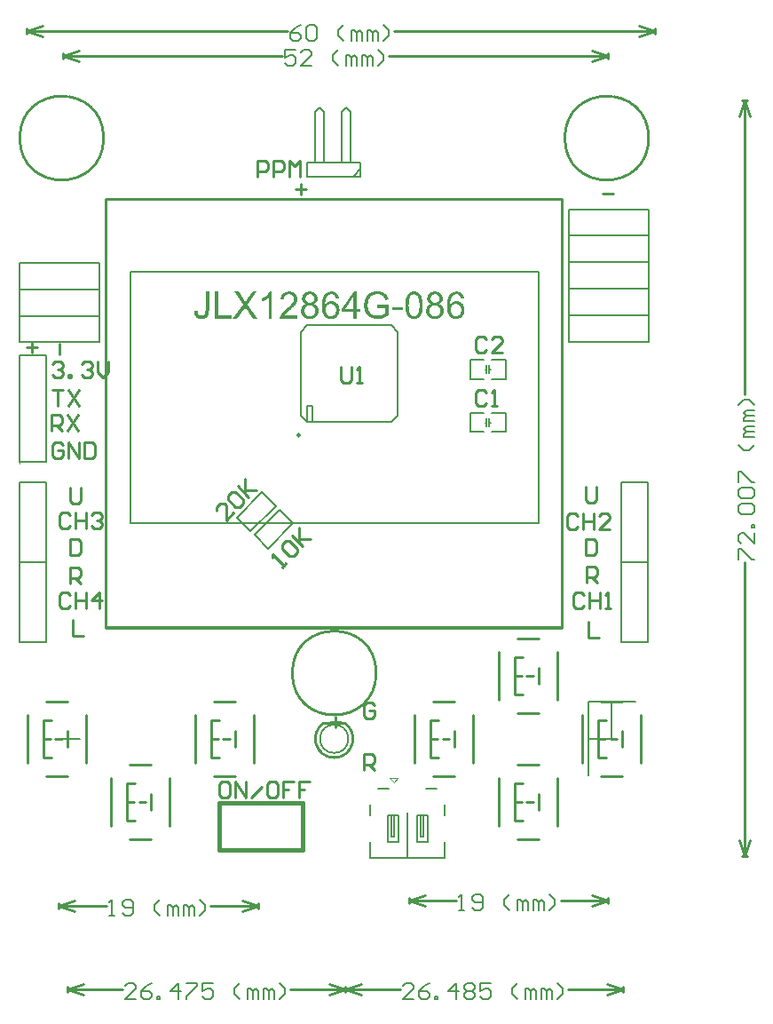
<source format=gto>
G04*
G04 #@! TF.GenerationSoftware,Altium Limited,Altium Designer,22.2.1 (43)*
G04*
G04 Layer_Color=65535*
%FSLAX25Y25*%
%MOIN*%
G70*
G04*
G04 #@! TF.SameCoordinates,9C75C661-4079-485B-A4B9-5B77D2324FE1*
G04*
G04*
G04 #@! TF.FilePolarity,Positive*
G04*
G01*
G75*
%ADD10C,0.00984*%
%ADD11C,0.01000*%
%ADD12C,0.00787*%
%ADD13C,0.00800*%
%ADD14C,0.00600*%
%ADD15C,0.00394*%
%ADD16C,0.01575*%
%ADD17C,0.00000*%
G36*
X164233Y210123D02*
X164342Y210114D01*
X164460Y210094D01*
X164588Y210074D01*
X164735Y210054D01*
X165040Y209966D01*
X165208Y209917D01*
X165365Y209848D01*
X165532Y209779D01*
X165690Y209681D01*
X165847Y209582D01*
X165995Y209464D01*
X166005Y209454D01*
X166024Y209435D01*
X166064Y209395D01*
X166113Y209346D01*
X166172Y209277D01*
X166241Y209189D01*
X166320Y209090D01*
X166398Y208982D01*
X166477Y208864D01*
X166556Y208716D01*
X166624Y208569D01*
X166703Y208401D01*
X166772Y208224D01*
X166821Y208037D01*
X166870Y207840D01*
X166910Y207624D01*
X165680Y207526D01*
Y207536D01*
X165670Y207555D01*
X165660Y207594D01*
X165650Y207644D01*
X165631Y207703D01*
X165611Y207772D01*
X165562Y207929D01*
X165493Y208106D01*
X165414Y208283D01*
X165316Y208451D01*
X165208Y208588D01*
X165198Y208598D01*
X165188Y208608D01*
X165158Y208638D01*
X165119Y208667D01*
X165070Y208716D01*
X165011Y208756D01*
X164863Y208854D01*
X164686Y208952D01*
X164470Y209041D01*
X164233Y209100D01*
X164105Y209110D01*
X163968Y209120D01*
X163869D01*
X163761Y209100D01*
X163613Y209080D01*
X163456Y209041D01*
X163279Y208982D01*
X163102Y208893D01*
X162925Y208785D01*
X162915D01*
X162895Y208766D01*
X162866Y208746D01*
X162826Y208706D01*
X162728Y208608D01*
X162590Y208470D01*
X162443Y208293D01*
X162285Y208077D01*
X162137Y207831D01*
X162000Y207536D01*
Y207526D01*
X161990Y207496D01*
X161970Y207447D01*
X161951Y207388D01*
X161921Y207299D01*
X161891Y207201D01*
X161862Y207073D01*
X161832Y206935D01*
X161803Y206778D01*
X161773Y206610D01*
X161744Y206414D01*
X161714Y206207D01*
X161695Y205981D01*
X161675Y205735D01*
X161665Y205479D01*
X161655Y205203D01*
X161665Y205213D01*
X161675Y205233D01*
X161705Y205272D01*
X161734Y205312D01*
X161773Y205371D01*
X161832Y205440D01*
X161960Y205587D01*
X162118Y205754D01*
X162305Y205922D01*
X162511Y206079D01*
X162748Y206217D01*
X162757D01*
X162777Y206227D01*
X162816Y206246D01*
X162856Y206266D01*
X162925Y206296D01*
X162994Y206325D01*
X163072Y206355D01*
X163161Y206384D01*
X163367Y206443D01*
X163594Y206502D01*
X163840Y206542D01*
X164105Y206552D01*
X164164D01*
X164224Y206542D01*
X164312D01*
X164420Y206522D01*
X164548Y206502D01*
X164686Y206473D01*
X164834Y206433D01*
X164991Y206384D01*
X165168Y206325D01*
X165336Y206256D01*
X165513Y206168D01*
X165700Y206060D01*
X165877Y205941D01*
X166044Y205794D01*
X166211Y205636D01*
X166221Y205627D01*
X166251Y205597D01*
X166290Y205538D01*
X166349Y205469D01*
X166418Y205381D01*
X166487Y205272D01*
X166566Y205144D01*
X166654Y204997D01*
X166733Y204839D01*
X166812Y204662D01*
X166880Y204465D01*
X166949Y204259D01*
X167008Y204032D01*
X167048Y203796D01*
X167077Y203550D01*
X167087Y203285D01*
Y203275D01*
Y203245D01*
Y203196D01*
X167077Y203127D01*
Y203039D01*
X167067Y202940D01*
X167058Y202832D01*
X167038Y202704D01*
X166989Y202429D01*
X166910Y202133D01*
X166812Y201828D01*
X166674Y201513D01*
Y201504D01*
X166654Y201474D01*
X166634Y201435D01*
X166595Y201385D01*
X166556Y201317D01*
X166506Y201238D01*
X166378Y201061D01*
X166211Y200854D01*
X166024Y200647D01*
X165798Y200451D01*
X165542Y200274D01*
X165532D01*
X165513Y200254D01*
X165473Y200234D01*
X165414Y200205D01*
X165345Y200175D01*
X165267Y200136D01*
X165178Y200097D01*
X165070Y200057D01*
X164962Y200018D01*
X164834Y199978D01*
X164558Y199909D01*
X164253Y199860D01*
X164086Y199850D01*
X163918Y199841D01*
X163850D01*
X163771Y199850D01*
X163663Y199860D01*
X163535Y199880D01*
X163377Y199900D01*
X163210Y199939D01*
X163023Y199978D01*
X162826Y200037D01*
X162629Y200116D01*
X162413Y200205D01*
X162206Y200323D01*
X161990Y200451D01*
X161783Y200598D01*
X161586Y200775D01*
X161399Y200972D01*
X161390Y200982D01*
X161360Y201031D01*
X161311Y201090D01*
X161252Y201189D01*
X161173Y201317D01*
X161094Y201474D01*
X161006Y201651D01*
X160917Y201868D01*
X160819Y202114D01*
X160730Y202389D01*
X160652Y202694D01*
X160583Y203039D01*
X160514Y203403D01*
X160465Y203816D01*
X160435Y204249D01*
X160425Y204721D01*
Y204731D01*
Y204751D01*
Y204790D01*
Y204849D01*
Y204918D01*
X160435Y204997D01*
Y205095D01*
X160445Y205203D01*
Y205312D01*
X160455Y205440D01*
X160484Y205715D01*
X160514Y206020D01*
X160563Y206345D01*
X160612Y206689D01*
X160691Y207044D01*
X160770Y207398D01*
X160878Y207752D01*
X160996Y208086D01*
X161144Y208411D01*
X161311Y208706D01*
X161498Y208972D01*
X161508Y208982D01*
X161537Y209021D01*
X161596Y209080D01*
X161675Y209149D01*
X161764Y209238D01*
X161882Y209336D01*
X162019Y209444D01*
X162167Y209553D01*
X162344Y209661D01*
X162531Y209769D01*
X162738Y209868D01*
X162964Y209956D01*
X163210Y210025D01*
X163466Y210084D01*
X163741Y210123D01*
X164037Y210133D01*
X164155D01*
X164233Y210123D01*
D02*
G37*
G36*
X117247Y210123D02*
X117356Y210114D01*
X117474Y210094D01*
X117602Y210074D01*
X117749Y210054D01*
X118054Y209966D01*
X118221Y209917D01*
X118379Y209848D01*
X118546Y209779D01*
X118704Y209681D01*
X118861Y209582D01*
X119009Y209464D01*
X119019Y209454D01*
X119038Y209435D01*
X119078Y209395D01*
X119127Y209346D01*
X119186Y209277D01*
X119255Y209189D01*
X119334Y209090D01*
X119412Y208982D01*
X119491Y208864D01*
X119570Y208716D01*
X119639Y208569D01*
X119717Y208401D01*
X119786Y208224D01*
X119835Y208037D01*
X119885Y207840D01*
X119924Y207624D01*
X118694Y207526D01*
Y207536D01*
X118684Y207555D01*
X118674Y207594D01*
X118664Y207644D01*
X118645Y207703D01*
X118625Y207772D01*
X118576Y207929D01*
X118507Y208106D01*
X118428Y208283D01*
X118330Y208451D01*
X118221Y208588D01*
X118212Y208598D01*
X118202Y208608D01*
X118172Y208638D01*
X118133Y208667D01*
X118084Y208716D01*
X118025Y208756D01*
X117877Y208854D01*
X117700Y208952D01*
X117483Y209041D01*
X117247Y209100D01*
X117120Y209110D01*
X116982Y209120D01*
X116883D01*
X116775Y209100D01*
X116628Y209080D01*
X116470Y209041D01*
X116293Y208982D01*
X116116Y208893D01*
X115939Y208785D01*
X115929D01*
X115909Y208766D01*
X115880Y208746D01*
X115840Y208706D01*
X115742Y208608D01*
X115604Y208470D01*
X115456Y208293D01*
X115299Y208077D01*
X115152Y207831D01*
X115014Y207536D01*
Y207526D01*
X115004Y207496D01*
X114984Y207447D01*
X114964Y207388D01*
X114935Y207299D01*
X114906Y207201D01*
X114876Y207073D01*
X114846Y206935D01*
X114817Y206778D01*
X114787Y206610D01*
X114758Y206414D01*
X114728Y206207D01*
X114709Y205981D01*
X114689Y205735D01*
X114679Y205479D01*
X114669Y205203D01*
X114679Y205213D01*
X114689Y205233D01*
X114718Y205272D01*
X114748Y205312D01*
X114787Y205371D01*
X114846Y205440D01*
X114974Y205587D01*
X115132Y205754D01*
X115319Y205922D01*
X115525Y206079D01*
X115761Y206217D01*
X115771D01*
X115791Y206227D01*
X115830Y206246D01*
X115870Y206266D01*
X115939Y206296D01*
X116007Y206325D01*
X116086Y206355D01*
X116175Y206384D01*
X116382Y206443D01*
X116608Y206502D01*
X116854Y206542D01*
X117120Y206552D01*
X117178D01*
X117237Y206542D01*
X117326D01*
X117434Y206522D01*
X117562Y206502D01*
X117700Y206473D01*
X117848Y206433D01*
X118005Y206384D01*
X118182Y206325D01*
X118350Y206256D01*
X118527Y206168D01*
X118713Y206060D01*
X118891Y205941D01*
X119058Y205794D01*
X119225Y205636D01*
X119235Y205627D01*
X119265Y205597D01*
X119304Y205538D01*
X119363Y205469D01*
X119432Y205381D01*
X119501Y205272D01*
X119580Y205144D01*
X119668Y204997D01*
X119747Y204839D01*
X119825Y204662D01*
X119894Y204465D01*
X119963Y204259D01*
X120022Y204032D01*
X120062Y203796D01*
X120091Y203550D01*
X120101Y203285D01*
Y203275D01*
Y203245D01*
Y203196D01*
X120091Y203127D01*
Y203039D01*
X120081Y202940D01*
X120071Y202832D01*
X120052Y202704D01*
X120003Y202429D01*
X119924Y202133D01*
X119825Y201828D01*
X119688Y201513D01*
Y201504D01*
X119668Y201474D01*
X119648Y201435D01*
X119609Y201385D01*
X119570Y201317D01*
X119520Y201238D01*
X119393Y201061D01*
X119225Y200854D01*
X119038Y200647D01*
X118812Y200451D01*
X118556Y200274D01*
X118546D01*
X118527Y200254D01*
X118487Y200234D01*
X118428Y200205D01*
X118359Y200175D01*
X118281Y200136D01*
X118192Y200096D01*
X118084Y200057D01*
X117975Y200018D01*
X117848Y199978D01*
X117572Y199909D01*
X117267Y199860D01*
X117100Y199850D01*
X116932Y199841D01*
X116864D01*
X116785Y199850D01*
X116677Y199860D01*
X116549Y199880D01*
X116391Y199900D01*
X116224Y199939D01*
X116037Y199978D01*
X115840Y200037D01*
X115644Y200116D01*
X115427Y200205D01*
X115220Y200323D01*
X115004Y200451D01*
X114797Y200598D01*
X114600Y200775D01*
X114413Y200972D01*
X114404Y200982D01*
X114374Y201031D01*
X114325Y201090D01*
X114266Y201189D01*
X114187Y201317D01*
X114108Y201474D01*
X114020Y201651D01*
X113931Y201868D01*
X113833Y202114D01*
X113744Y202389D01*
X113666Y202694D01*
X113597Y203039D01*
X113528Y203403D01*
X113479Y203816D01*
X113449Y204249D01*
X113439Y204721D01*
Y204731D01*
Y204751D01*
Y204790D01*
Y204849D01*
Y204918D01*
X113449Y204997D01*
Y205095D01*
X113459Y205203D01*
Y205312D01*
X113469Y205440D01*
X113498Y205715D01*
X113528Y206020D01*
X113577Y206345D01*
X113626Y206689D01*
X113705Y207044D01*
X113784Y207398D01*
X113892Y207752D01*
X114010Y208086D01*
X114158Y208411D01*
X114325Y208706D01*
X114512Y208972D01*
X114522Y208982D01*
X114551Y209021D01*
X114610Y209080D01*
X114689Y209149D01*
X114778Y209238D01*
X114896Y209336D01*
X115033Y209444D01*
X115181Y209553D01*
X115358Y209661D01*
X115545Y209769D01*
X115752Y209868D01*
X115978Y209956D01*
X116224Y210025D01*
X116480Y210084D01*
X116755Y210123D01*
X117051Y210133D01*
X117169D01*
X117247Y210123D01*
D02*
G37*
G36*
X134556Y210261D02*
X134644D01*
X134763Y210251D01*
X134890Y210242D01*
X135028Y210222D01*
X135176Y210202D01*
X135333Y210182D01*
X135658Y210114D01*
X136002Y210025D01*
X136337Y209907D01*
X136347D01*
X136376Y209887D01*
X136425Y209868D01*
X136485Y209838D01*
X136554Y209808D01*
X136642Y209759D01*
X136839Y209651D01*
X137065Y209513D01*
X137292Y209346D01*
X137518Y209149D01*
X137724Y208923D01*
X137734Y208913D01*
X137744Y208893D01*
X137774Y208854D01*
X137813Y208805D01*
X137852Y208746D01*
X137901Y208667D01*
X137951Y208578D01*
X138010Y208480D01*
X138079Y208372D01*
X138138Y208244D01*
X138197Y208106D01*
X138266Y207959D01*
X138325Y207801D01*
X138384Y207634D01*
X138443Y207457D01*
X138492Y207270D01*
X137292Y206945D01*
Y206955D01*
X137282Y206975D01*
X137272Y207024D01*
X137252Y207073D01*
X137232Y207132D01*
X137203Y207211D01*
X137134Y207388D01*
X137055Y207575D01*
X136957Y207782D01*
X136849Y207978D01*
X136721Y208155D01*
Y208165D01*
X136701Y208175D01*
X136662Y208224D01*
X136583Y208313D01*
X136475Y208411D01*
X136337Y208520D01*
X136170Y208638D01*
X135983Y208756D01*
X135756Y208864D01*
X135747D01*
X135727Y208874D01*
X135697Y208893D01*
X135648Y208903D01*
X135589Y208923D01*
X135520Y208952D01*
X135442Y208972D01*
X135353Y209002D01*
X135146Y209041D01*
X134910Y209090D01*
X134644Y209120D01*
X134369Y209130D01*
X134212D01*
X134133Y209120D01*
X134044D01*
X133946Y209110D01*
X133828Y209090D01*
X133582Y209061D01*
X133316Y209012D01*
X133041Y208943D01*
X132785Y208844D01*
X132775D01*
X132755Y208834D01*
X132726Y208815D01*
X132676Y208795D01*
X132617Y208766D01*
X132558Y208736D01*
X132401Y208647D01*
X132234Y208539D01*
X132057Y208421D01*
X131879Y208274D01*
X131712Y208106D01*
X131693Y208086D01*
X131643Y208028D01*
X131574Y207939D01*
X131486Y207811D01*
X131378Y207663D01*
X131279Y207496D01*
X131171Y207309D01*
X131082Y207112D01*
Y207102D01*
X131063Y207073D01*
X131043Y207024D01*
X131023Y206945D01*
X130994Y206866D01*
X130964Y206758D01*
X130925Y206640D01*
X130895Y206512D01*
X130856Y206364D01*
X130817Y206207D01*
X130787Y206040D01*
X130758Y205863D01*
X130718Y205489D01*
X130699Y205085D01*
Y205066D01*
Y205026D01*
Y204957D01*
X130709Y204859D01*
Y204741D01*
X130728Y204613D01*
X130738Y204465D01*
X130758Y204298D01*
X130777Y204121D01*
X130817Y203944D01*
X130895Y203560D01*
X131014Y203186D01*
X131082Y202999D01*
X131161Y202822D01*
X131171Y202812D01*
X131181Y202783D01*
X131210Y202734D01*
X131250Y202675D01*
X131299Y202596D01*
X131358Y202517D01*
X131427Y202419D01*
X131506Y202310D01*
X131594Y202202D01*
X131693Y202094D01*
X131801Y201986D01*
X131929Y201868D01*
X132057Y201759D01*
X132194Y201661D01*
X132352Y201563D01*
X132509Y201474D01*
X132519D01*
X132549Y201454D01*
X132598Y201435D01*
X132667Y201405D01*
X132745Y201376D01*
X132844Y201336D01*
X132952Y201297D01*
X133080Y201258D01*
X133208Y201218D01*
X133355Y201179D01*
X133680Y201110D01*
X134025Y201061D01*
X134202Y201051D01*
X134389Y201041D01*
X134477D01*
X134536Y201051D01*
X134615D01*
X134704Y201061D01*
X134812Y201071D01*
X134930Y201080D01*
X135186Y201120D01*
X135471Y201179D01*
X135776Y201258D01*
X136081Y201366D01*
X136091D01*
X136120Y201385D01*
X136160Y201395D01*
X136219Y201425D01*
X136288Y201454D01*
X136366Y201494D01*
X136554Y201582D01*
X136750Y201691D01*
X136957Y201809D01*
X137163Y201946D01*
X137341Y202084D01*
Y203964D01*
X134379D01*
Y205154D01*
X138649D01*
Y201405D01*
X138639Y201395D01*
X138610Y201376D01*
X138551Y201326D01*
X138482Y201277D01*
X138393Y201208D01*
X138285Y201139D01*
X138157Y201061D01*
X138030Y200972D01*
X137882Y200874D01*
X137724Y200775D01*
X137380Y200588D01*
X137006Y200401D01*
X136612Y200234D01*
X136603D01*
X136563Y200215D01*
X136514Y200195D01*
X136435Y200175D01*
X136337Y200146D01*
X136229Y200106D01*
X136101Y200077D01*
X135953Y200037D01*
X135796Y199998D01*
X135628Y199969D01*
X135451Y199929D01*
X135264Y199900D01*
X134881Y199860D01*
X134467Y199841D01*
X134320D01*
X134221Y199850D01*
X134084Y199860D01*
X133936Y199870D01*
X133759Y199890D01*
X133572Y199919D01*
X133365Y199949D01*
X133159Y199998D01*
X132932Y200047D01*
X132696Y200106D01*
X132460Y200175D01*
X132224Y200264D01*
X131998Y200362D01*
X131761Y200470D01*
X131752Y200480D01*
X131712Y200500D01*
X131643Y200539D01*
X131565Y200588D01*
X131466Y200657D01*
X131348Y200736D01*
X131220Y200834D01*
X131082Y200943D01*
X130935Y201061D01*
X130787Y201199D01*
X130630Y201356D01*
X130482Y201513D01*
X130335Y201691D01*
X130187Y201887D01*
X130059Y202094D01*
X129931Y202310D01*
X129921Y202320D01*
X129902Y202369D01*
X129872Y202429D01*
X129833Y202527D01*
X129793Y202635D01*
X129734Y202773D01*
X129685Y202930D01*
X129626Y203098D01*
X129567Y203294D01*
X129518Y203501D01*
X129459Y203727D01*
X129420Y203964D01*
X129380Y204210D01*
X129351Y204465D01*
X129331Y204731D01*
X129321Y205007D01*
Y205026D01*
Y205076D01*
Y205154D01*
X129331Y205253D01*
X129341Y205390D01*
X129351Y205538D01*
X129370Y205715D01*
X129400Y205902D01*
X129429Y206109D01*
X129469Y206325D01*
X129518Y206552D01*
X129577Y206788D01*
X129646Y207024D01*
X129734Y207270D01*
X129823Y207506D01*
X129931Y207752D01*
X129941Y207772D01*
X129961Y207811D01*
X130000Y207870D01*
X130049Y207959D01*
X130108Y208067D01*
X130187Y208185D01*
X130275Y208323D01*
X130384Y208470D01*
X130502Y208618D01*
X130640Y208775D01*
X130777Y208933D01*
X130945Y209090D01*
X131112Y209248D01*
X131299Y209395D01*
X131496Y209523D01*
X131702Y209651D01*
X131712Y209661D01*
X131752Y209681D01*
X131820Y209710D01*
X131909Y209750D01*
X132017Y209799D01*
X132145Y209848D01*
X132303Y209907D01*
X132470Y209966D01*
X132657Y210015D01*
X132863Y210074D01*
X133080Y210123D01*
X133316Y210173D01*
X133562Y210212D01*
X133818Y210242D01*
X134093Y210261D01*
X134369Y210271D01*
X134477D01*
X134556Y210261D01*
D02*
G37*
G36*
X85543Y205302D02*
X89322Y200008D01*
X87678D01*
X85130Y203600D01*
X85120Y203609D01*
X85090Y203649D01*
X85051Y203718D01*
X84992Y203796D01*
X84933Y203885D01*
X84864Y203993D01*
X84706Y204229D01*
Y204219D01*
X84697Y204209D01*
X84657Y204141D01*
X84598Y204052D01*
X84529Y203944D01*
X84451Y203826D01*
X84372Y203698D01*
X84293Y203590D01*
X84234Y203501D01*
X81676Y200008D01*
X80072D01*
X83969Y205233D01*
X80534Y210094D01*
X82128D01*
X83969Y207516D01*
X83978Y207506D01*
X83998Y207476D01*
X84027Y207437D01*
X84057Y207388D01*
X84106Y207319D01*
X84165Y207240D01*
X84283Y207063D01*
X84411Y206856D01*
X84549Y206650D01*
X84667Y206453D01*
X84765Y206276D01*
Y206286D01*
X84785Y206296D01*
X84805Y206325D01*
X84825Y206364D01*
X84903Y206473D01*
X84992Y206620D01*
X85110Y206788D01*
X85248Y206975D01*
X85395Y207191D01*
X85563Y207407D01*
X87590Y210094D01*
X89046D01*
X85543Y205302D01*
D02*
G37*
G36*
X143786Y203039D02*
X139978D01*
Y204288D01*
X143786D01*
Y203039D01*
D02*
G37*
G36*
X71088Y203216D02*
Y203206D01*
Y203157D01*
Y203098D01*
Y203009D01*
X71078Y202901D01*
X71068Y202783D01*
X71058Y202645D01*
X71049Y202497D01*
X71009Y202183D01*
X70960Y201858D01*
X70881Y201543D01*
X70832Y201395D01*
X70773Y201257D01*
Y201248D01*
X70763Y201228D01*
X70744Y201189D01*
X70714Y201149D01*
X70684Y201090D01*
X70645Y201021D01*
X70537Y200864D01*
X70399Y200697D01*
X70232Y200520D01*
X70035Y200352D01*
X69799Y200205D01*
X69789D01*
X69769Y200185D01*
X69730Y200175D01*
X69681Y200146D01*
X69622Y200116D01*
X69543Y200087D01*
X69454Y200057D01*
X69356Y200027D01*
X69248Y199988D01*
X69130Y199959D01*
X68864Y199900D01*
X68569Y199860D01*
X68244Y199841D01*
X68185D01*
X68116Y199850D01*
X68028D01*
X67919Y199860D01*
X67791Y199880D01*
X67644Y199900D01*
X67496Y199939D01*
X67329Y199978D01*
X67162Y200027D01*
X66995Y200087D01*
X66827Y200165D01*
X66660Y200244D01*
X66502Y200352D01*
X66345Y200461D01*
X66207Y200598D01*
X66198Y200608D01*
X66178Y200638D01*
X66138Y200677D01*
X66099Y200736D01*
X66050Y200825D01*
X65991Y200913D01*
X65922Y201031D01*
X65863Y201169D01*
X65794Y201317D01*
X65735Y201484D01*
X65676Y201671D01*
X65627Y201877D01*
X65587Y202094D01*
X65558Y202330D01*
X65538Y202586D01*
Y202861D01*
X66739Y203029D01*
Y203019D01*
Y202979D01*
X66748Y202921D01*
Y202842D01*
X66758Y202753D01*
X66768Y202645D01*
X66788Y202527D01*
X66808Y202399D01*
X66857Y202143D01*
X66935Y201877D01*
X66985Y201759D01*
X67034Y201641D01*
X67093Y201543D01*
X67162Y201454D01*
X67181Y201435D01*
X67231Y201385D01*
X67319Y201317D01*
X67447Y201248D01*
X67595Y201169D01*
X67782Y201100D01*
X67998Y201051D01*
X68106Y201041D01*
X68234Y201031D01*
X68323D01*
X68411Y201041D01*
X68529Y201061D01*
X68667Y201090D01*
X68815Y201130D01*
X68963Y201179D01*
X69100Y201257D01*
X69120Y201267D01*
X69159Y201297D01*
X69218Y201346D01*
X69297Y201425D01*
X69386Y201513D01*
X69464Y201612D01*
X69543Y201740D01*
X69602Y201877D01*
X69612Y201897D01*
X69622Y201956D01*
X69642Y201996D01*
X69651Y202055D01*
X69661Y202114D01*
X69681Y202192D01*
X69691Y202271D01*
X69700Y202369D01*
X69720Y202468D01*
X69730Y202586D01*
X69740Y202704D01*
Y202842D01*
X69750Y202989D01*
Y203147D01*
Y210094D01*
X71088D01*
Y203216D01*
D02*
G37*
G36*
X126536Y203550D02*
X127894D01*
Y202419D01*
X126536D01*
Y200008D01*
X125296D01*
Y202419D01*
X120918D01*
Y203550D01*
X125523Y210094D01*
X126536D01*
Y203550D01*
D02*
G37*
G36*
X101307Y210123D02*
X101415D01*
X101533Y210114D01*
X101671Y210094D01*
X101828Y210064D01*
X102005Y210035D01*
X102182Y209986D01*
X102369Y209936D01*
X102566Y209868D01*
X102753Y209789D01*
X102950Y209700D01*
X103127Y209592D01*
X103304Y209464D01*
X103471Y209326D01*
X103481Y209316D01*
X103511Y209287D01*
X103550Y209248D01*
X103599Y209179D01*
X103668Y209100D01*
X103737Y209012D01*
X103816Y208903D01*
X103894Y208775D01*
X103973Y208638D01*
X104052Y208480D01*
X104121Y208323D01*
X104190Y208146D01*
X104239Y207959D01*
X104278Y207752D01*
X104308Y207545D01*
X104318Y207329D01*
Y207319D01*
Y207299D01*
Y207270D01*
Y207230D01*
X104308Y207171D01*
Y207112D01*
X104288Y206955D01*
X104259Y206778D01*
X104209Y206571D01*
X104150Y206355D01*
X104062Y206138D01*
Y206128D01*
X104052Y206109D01*
X104032Y206079D01*
X104013Y206040D01*
X103983Y205981D01*
X103954Y205922D01*
X103865Y205764D01*
X103757Y205587D01*
X103609Y205371D01*
X103442Y205144D01*
X103235Y204908D01*
X103225Y204898D01*
X103206Y204879D01*
X103176Y204839D01*
X103127Y204790D01*
X103058Y204721D01*
X102989Y204643D01*
X102891Y204554D01*
X102783Y204446D01*
X102664Y204328D01*
X102517Y204190D01*
X102369Y204042D01*
X102192Y203885D01*
X102005Y203718D01*
X101799Y203531D01*
X101572Y203344D01*
X101336Y203137D01*
X101326Y203127D01*
X101287Y203098D01*
X101228Y203048D01*
X101159Y202989D01*
X101070Y202911D01*
X100972Y202822D01*
X100736Y202625D01*
X100500Y202419D01*
X100264Y202212D01*
X100155Y202114D01*
X100057Y202015D01*
X99968Y201937D01*
X99900Y201868D01*
X99890Y201858D01*
X99850Y201809D01*
X99791Y201740D01*
X99713Y201661D01*
X99634Y201553D01*
X99545Y201445D01*
X99457Y201326D01*
X99378Y201199D01*
X104327D01*
Y200008D01*
X97666D01*
Y200018D01*
Y200028D01*
Y200087D01*
Y200165D01*
X97676Y200283D01*
X97695Y200411D01*
X97715Y200559D01*
X97754Y200707D01*
X97803Y200864D01*
Y200874D01*
X97813Y200893D01*
X97833Y200933D01*
X97853Y200982D01*
X97882Y201041D01*
X97912Y201110D01*
X98000Y201287D01*
X98118Y201494D01*
X98256Y201720D01*
X98423Y201956D01*
X98620Y202202D01*
X98630Y202212D01*
X98650Y202232D01*
X98679Y202271D01*
X98729Y202320D01*
X98787Y202379D01*
X98856Y202458D01*
X98935Y202547D01*
X99033Y202645D01*
X99142Y202743D01*
X99260Y202861D01*
X99398Y202989D01*
X99535Y203127D01*
X99693Y203265D01*
X99860Y203413D01*
X100047Y203570D01*
X100234Y203727D01*
X100254Y203747D01*
X100303Y203786D01*
X100391Y203855D01*
X100500Y203954D01*
X100637Y204062D01*
X100785Y204200D01*
X100952Y204347D01*
X101129Y204505D01*
X101503Y204849D01*
X101867Y205203D01*
X102035Y205381D01*
X102192Y205558D01*
X102340Y205715D01*
X102458Y205873D01*
X102468Y205882D01*
X102487Y205912D01*
X102517Y205951D01*
X102546Y206010D01*
X102596Y206079D01*
X102645Y206158D01*
X102694Y206256D01*
X102753Y206355D01*
X102861Y206581D01*
X102960Y206827D01*
X102989Y206965D01*
X103019Y207093D01*
X103038Y207230D01*
X103048Y207358D01*
Y207368D01*
Y207388D01*
Y207427D01*
X103038Y207486D01*
X103029Y207545D01*
X103019Y207614D01*
X102979Y207791D01*
X102920Y207988D01*
X102822Y208195D01*
X102763Y208293D01*
X102694Y208401D01*
X102615Y208500D01*
X102517Y208598D01*
X102507Y208608D01*
X102497Y208618D01*
X102458Y208647D01*
X102418Y208677D01*
X102369Y208716D01*
X102300Y208756D01*
X102232Y208805D01*
X102143Y208854D01*
X102054Y208903D01*
X101946Y208952D01*
X101710Y209031D01*
X101444Y209090D01*
X101297Y209100D01*
X101139Y209110D01*
X101051D01*
X100992Y209100D01*
X100913Y209090D01*
X100824Y209080D01*
X100726Y209061D01*
X100628Y209041D01*
X100391Y208982D01*
X100155Y208884D01*
X100037Y208824D01*
X99919Y208746D01*
X99811Y208667D01*
X99703Y208569D01*
X99693Y208559D01*
X99683Y208549D01*
X99654Y208510D01*
X99624Y208470D01*
X99585Y208421D01*
X99535Y208352D01*
X99486Y208274D01*
X99437Y208185D01*
X99388Y208086D01*
X99339Y207978D01*
X99299Y207850D01*
X99250Y207722D01*
X99221Y207585D01*
X99191Y207427D01*
X99181Y207270D01*
X99171Y207093D01*
X97902Y207221D01*
Y207240D01*
X97912Y207280D01*
X97922Y207358D01*
X97931Y207457D01*
X97961Y207575D01*
X97991Y207713D01*
X98030Y207860D01*
X98069Y208028D01*
X98128Y208195D01*
X98197Y208372D01*
X98276Y208549D01*
X98364Y208736D01*
X98473Y208913D01*
X98591Y209080D01*
X98729Y209238D01*
X98876Y209385D01*
X98886Y209395D01*
X98915Y209415D01*
X98965Y209454D01*
X99033Y209504D01*
X99122Y209562D01*
X99221Y209622D01*
X99348Y209690D01*
X99486Y209759D01*
X99644Y209828D01*
X99811Y209897D01*
X99998Y209956D01*
X100205Y210015D01*
X100421Y210064D01*
X100657Y210104D01*
X100903Y210123D01*
X101169Y210133D01*
X101238D01*
X101307Y210123D01*
D02*
G37*
G36*
X94655Y200008D02*
X93415Y200008D01*
Y207890D01*
X93405D01*
X93395Y207870D01*
X93366Y207850D01*
X93336Y207821D01*
X93238Y207732D01*
X93100Y207624D01*
X92933Y207496D01*
X92726Y207348D01*
X92490Y207191D01*
X92234Y207034D01*
X92224D01*
X92205Y207014D01*
X92165Y206994D01*
X92116Y206965D01*
X92047Y206925D01*
X91978Y206886D01*
X91801Y206798D01*
X91604Y206699D01*
X91388Y206591D01*
X91162Y206492D01*
X90945Y206404D01*
Y207594D01*
X90955Y207604D01*
X90994Y207614D01*
X91044Y207644D01*
X91122Y207683D01*
X91211Y207732D01*
X91309Y207791D01*
X91427Y207850D01*
X91555Y207929D01*
X91840Y208096D01*
X92146Y208303D01*
X92451Y208529D01*
X92756Y208775D01*
X92765Y208785D01*
X92785Y208805D01*
X92834Y208844D01*
X92883Y208893D01*
X92943Y208962D01*
X93021Y209031D01*
X93100Y209120D01*
X93189Y209208D01*
X93366Y209415D01*
X93543Y209641D01*
X93710Y209887D01*
X93789Y210005D01*
X93848Y210133D01*
X94655Y210133D01*
Y200008D01*
D02*
G37*
G36*
X74552Y201199D02*
X79511D01*
Y200008D01*
X73213D01*
Y210094D01*
X74552D01*
Y201199D01*
D02*
G37*
G36*
X156145Y210123D02*
X156263Y210114D01*
X156391Y210094D01*
X156529Y210064D01*
X156686Y210035D01*
X156853Y209996D01*
X157030Y209946D01*
X157208Y209887D01*
X157385Y209808D01*
X157562Y209720D01*
X157729Y209622D01*
X157896Y209504D01*
X158054Y209366D01*
X158064Y209356D01*
X158093Y209326D01*
X158133Y209287D01*
X158182Y209228D01*
X158241Y209159D01*
X158310Y209061D01*
X158379Y208962D01*
X158457Y208844D01*
X158536Y208716D01*
X158605Y208569D01*
X158674Y208421D01*
X158733Y208254D01*
X158782Y208077D01*
X158831Y207890D01*
X158851Y207703D01*
X158861Y207496D01*
Y207486D01*
Y207467D01*
Y207427D01*
X158851Y207378D01*
Y207319D01*
X158841Y207240D01*
X158811Y207073D01*
X158772Y206886D01*
X158703Y206679D01*
X158615Y206473D01*
X158487Y206266D01*
Y206256D01*
X158467Y206246D01*
X158418Y206178D01*
X158329Y206089D01*
X158211Y205971D01*
X158054Y205843D01*
X157867Y205715D01*
X157641Y205587D01*
X157375Y205469D01*
X157385D01*
X157414Y205459D01*
X157464Y205440D01*
X157522Y205410D01*
X157601Y205381D01*
X157690Y205341D01*
X157896Y205233D01*
X158123Y205095D01*
X158359Y204928D01*
X158585Y204731D01*
X158684Y204613D01*
X158782Y204495D01*
X158792Y204485D01*
X158802Y204465D01*
X158831Y204426D01*
X158861Y204377D01*
X158900Y204308D01*
X158940Y204239D01*
X158979Y204141D01*
X159028Y204042D01*
X159077Y203934D01*
X159117Y203806D01*
X159195Y203540D01*
X159254Y203226D01*
X159264Y203068D01*
X159274Y202891D01*
Y202881D01*
Y202832D01*
X159264Y202763D01*
Y202675D01*
X159245Y202566D01*
X159225Y202438D01*
X159195Y202291D01*
X159156Y202133D01*
X159107Y201966D01*
X159048Y201789D01*
X158979Y201612D01*
X158890Y201425D01*
X158782Y201238D01*
X158664Y201061D01*
X158516Y200884D01*
X158359Y200716D01*
X158349Y200707D01*
X158319Y200677D01*
X158261Y200638D01*
X158192Y200579D01*
X158103Y200510D01*
X157995Y200441D01*
X157857Y200362D01*
X157719Y200283D01*
X157552Y200195D01*
X157365Y200116D01*
X157168Y200047D01*
X156952Y199978D01*
X156726Y199919D01*
X156480Y199880D01*
X156224Y199850D01*
X155948Y199841D01*
X155879D01*
X155800Y199850D01*
X155702D01*
X155574Y199870D01*
X155427Y199890D01*
X155259Y199909D01*
X155082Y199949D01*
X154895Y199998D01*
X154698Y200057D01*
X154502Y200126D01*
X154305Y200215D01*
X154098Y200313D01*
X153901Y200431D01*
X153714Y200559D01*
X153537Y200716D01*
X153527Y200726D01*
X153498Y200756D01*
X153459Y200805D01*
X153400Y200874D01*
X153331Y200962D01*
X153252Y201071D01*
X153173Y201189D01*
X153085Y201326D01*
X152996Y201474D01*
X152917Y201641D01*
X152839Y201828D01*
X152770Y202025D01*
X152721Y202232D01*
X152671Y202448D01*
X152642Y202675D01*
X152632Y202921D01*
Y202930D01*
Y202960D01*
Y203019D01*
X152642Y203088D01*
X152652Y203167D01*
X152662Y203265D01*
X152671Y203373D01*
X152691Y203491D01*
X152750Y203757D01*
X152839Y204032D01*
X152898Y204170D01*
X152967Y204308D01*
X153035Y204436D01*
X153124Y204564D01*
X153134Y204574D01*
X153144Y204593D01*
X153173Y204623D01*
X153213Y204672D01*
X153272Y204731D01*
X153331Y204790D01*
X153409Y204859D01*
X153488Y204928D01*
X153586Y205007D01*
X153695Y205076D01*
X153813Y205154D01*
X153941Y205233D01*
X154078Y205302D01*
X154226Y205361D01*
X154384Y205420D01*
X154551Y205469D01*
X154541D01*
X154521Y205479D01*
X154472Y205499D01*
X154423Y205518D01*
X154364Y205548D01*
X154285Y205587D01*
X154118Y205676D01*
X153931Y205794D01*
X153734Y205932D01*
X153557Y206089D01*
X153400Y206276D01*
Y206286D01*
X153380Y206296D01*
X153370Y206325D01*
X153340Y206364D01*
X153311Y206424D01*
X153281Y206483D01*
X153222Y206630D01*
X153154Y206807D01*
X153094Y207024D01*
X153055Y207260D01*
X153035Y207526D01*
Y207536D01*
Y207575D01*
X153045Y207634D01*
Y207713D01*
X153055Y207801D01*
X153075Y207909D01*
X153104Y208037D01*
X153134Y208175D01*
X153173Y208313D01*
X153232Y208460D01*
X153291Y208618D01*
X153370Y208775D01*
X153459Y208923D01*
X153567Y209080D01*
X153685Y209228D01*
X153823Y209376D01*
X153832Y209385D01*
X153862Y209405D01*
X153901Y209444D01*
X153970Y209494D01*
X154049Y209553D01*
X154138Y209612D01*
X154256Y209681D01*
X154384Y209759D01*
X154521Y209828D01*
X154679Y209897D01*
X154856Y209956D01*
X155043Y210015D01*
X155250Y210064D01*
X155456Y210104D01*
X155692Y210123D01*
X155928Y210133D01*
X156056D01*
X156145Y210123D01*
D02*
G37*
G36*
X148302Y210123D02*
X148381Y210114D01*
X148479Y210104D01*
X148578Y210094D01*
X148794Y210054D01*
X149031Y209996D01*
X149277Y209907D01*
X149513Y209799D01*
X149523D01*
X149542Y209779D01*
X149572Y209769D01*
X149621Y209740D01*
X149729Y209661D01*
X149877Y209562D01*
X150034Y209425D01*
X150201Y209267D01*
X150369Y209070D01*
X150526Y208854D01*
Y208844D01*
X150546Y208824D01*
X150566Y208795D01*
X150595Y208746D01*
X150625Y208687D01*
X150664Y208618D01*
X150703Y208529D01*
X150753Y208441D01*
X150802Y208332D01*
X150851Y208224D01*
X150949Y207968D01*
X151058Y207673D01*
X151146Y207358D01*
Y207348D01*
X151156Y207319D01*
X151166Y207270D01*
X151186Y207201D01*
X151205Y207112D01*
X151225Y207004D01*
X151245Y206876D01*
X151264Y206729D01*
X151284Y206571D01*
X151304Y206384D01*
X151323Y206197D01*
X151343Y205981D01*
X151363Y205754D01*
X151373Y205508D01*
X151382Y205253D01*
Y204977D01*
Y204957D01*
Y204898D01*
Y204810D01*
X151373Y204682D01*
Y204534D01*
X151363Y204357D01*
X151353Y204170D01*
X151333Y203954D01*
X151313Y203727D01*
X151294Y203501D01*
X151225Y203019D01*
X151136Y202547D01*
X151077Y202330D01*
X151008Y202114D01*
Y202104D01*
X150989Y202064D01*
X150969Y202005D01*
X150940Y201937D01*
X150900Y201838D01*
X150851Y201740D01*
X150802Y201622D01*
X150733Y201494D01*
X150585Y201228D01*
X150398Y200943D01*
X150172Y200677D01*
X150044Y200549D01*
X149916Y200431D01*
X149906Y200421D01*
X149887Y200401D01*
X149847Y200372D01*
X149788Y200342D01*
X149719Y200293D01*
X149631Y200244D01*
X149532Y200195D01*
X149424Y200136D01*
X149296Y200077D01*
X149159Y200028D01*
X149011Y199978D01*
X148844Y199929D01*
X148676Y199900D01*
X148489Y199870D01*
X148302Y199850D01*
X148096Y199841D01*
X148027D01*
X147958Y199850D01*
X147850Y199860D01*
X147732Y199870D01*
X147584Y199900D01*
X147427Y199929D01*
X147259Y199969D01*
X147082Y200028D01*
X146895Y200096D01*
X146698Y200175D01*
X146511Y200274D01*
X146325Y200392D01*
X146138Y200529D01*
X145960Y200697D01*
X145803Y200874D01*
X145793Y200893D01*
X145764Y200933D01*
X145714Y201012D01*
X145646Y201120D01*
X145577Y201258D01*
X145488Y201425D01*
X145400Y201631D01*
X145311Y201868D01*
X145213Y202133D01*
X145124Y202438D01*
X145036Y202773D01*
X144967Y203137D01*
X144898Y203550D01*
X144849Y203983D01*
X144819Y204465D01*
X144809Y204977D01*
Y204987D01*
Y204997D01*
Y205056D01*
Y205154D01*
X144819Y205272D01*
Y205430D01*
X144829Y205597D01*
X144839Y205794D01*
X144858Y206010D01*
X144878Y206237D01*
X144898Y206473D01*
X144967Y206945D01*
X145055Y207427D01*
X145114Y207644D01*
X145173Y207860D01*
Y207870D01*
X145193Y207909D01*
X145213Y207968D01*
X145242Y208037D01*
X145282Y208136D01*
X145331Y208234D01*
X145380Y208352D01*
X145449Y208480D01*
X145596Y208756D01*
X145783Y209031D01*
X146010Y209297D01*
X146138Y209425D01*
X146265Y209543D01*
X146275Y209553D01*
X146295Y209572D01*
X146344Y209602D01*
X146394Y209631D01*
X146472Y209681D01*
X146551Y209730D01*
X146659Y209779D01*
X146767Y209838D01*
X146895Y209897D01*
X147033Y209946D01*
X147181Y209996D01*
X147348Y210045D01*
X147515Y210074D01*
X147702Y210104D01*
X147889Y210123D01*
X148096Y210133D01*
X148233D01*
X148302Y210123D01*
D02*
G37*
G36*
X109159D02*
X109277Y210114D01*
X109405Y210094D01*
X109543Y210064D01*
X109700Y210035D01*
X109867Y209996D01*
X110045Y209946D01*
X110222Y209887D01*
X110399Y209808D01*
X110576Y209720D01*
X110743Y209622D01*
X110910Y209504D01*
X111068Y209366D01*
X111078Y209356D01*
X111107Y209326D01*
X111147Y209287D01*
X111196Y209228D01*
X111255Y209159D01*
X111324Y209061D01*
X111393Y208962D01*
X111471Y208844D01*
X111550Y208716D01*
X111619Y208569D01*
X111688Y208421D01*
X111747Y208254D01*
X111796Y208077D01*
X111845Y207890D01*
X111865Y207703D01*
X111875Y207496D01*
Y207486D01*
Y207467D01*
Y207427D01*
X111865Y207378D01*
Y207319D01*
X111855Y207240D01*
X111826Y207073D01*
X111786Y206886D01*
X111717Y206679D01*
X111629Y206473D01*
X111501Y206266D01*
Y206256D01*
X111481Y206246D01*
X111432Y206178D01*
X111343Y206089D01*
X111225Y205971D01*
X111068Y205843D01*
X110881Y205715D01*
X110655Y205587D01*
X110389Y205469D01*
X110399D01*
X110428Y205459D01*
X110477Y205440D01*
X110537Y205410D01*
X110615Y205381D01*
X110704Y205341D01*
X110910Y205233D01*
X111137Y205095D01*
X111373Y204928D01*
X111599Y204731D01*
X111698Y204613D01*
X111796Y204495D01*
X111806Y204485D01*
X111816Y204465D01*
X111845Y204426D01*
X111875Y204377D01*
X111914Y204308D01*
X111953Y204239D01*
X111993Y204141D01*
X112042Y204042D01*
X112091Y203934D01*
X112131Y203806D01*
X112209Y203540D01*
X112268Y203226D01*
X112278Y203068D01*
X112288Y202891D01*
Y202881D01*
Y202832D01*
X112278Y202763D01*
Y202675D01*
X112259Y202566D01*
X112239Y202438D01*
X112209Y202291D01*
X112170Y202133D01*
X112121Y201966D01*
X112062Y201789D01*
X111993Y201612D01*
X111904Y201425D01*
X111796Y201238D01*
X111678Y201061D01*
X111530Y200884D01*
X111373Y200716D01*
X111363Y200707D01*
X111334Y200677D01*
X111275Y200638D01*
X111206Y200579D01*
X111117Y200510D01*
X111009Y200441D01*
X110871Y200362D01*
X110733Y200283D01*
X110566Y200195D01*
X110379Y200116D01*
X110182Y200047D01*
X109966Y199978D01*
X109739Y199919D01*
X109494Y199880D01*
X109238Y199850D01*
X108962Y199841D01*
X108893D01*
X108815Y199850D01*
X108716D01*
X108588Y199870D01*
X108441Y199890D01*
X108273Y199909D01*
X108096Y199949D01*
X107909Y199998D01*
X107712Y200057D01*
X107516Y200126D01*
X107319Y200215D01*
X107112Y200313D01*
X106915Y200431D01*
X106728Y200559D01*
X106551Y200716D01*
X106542Y200726D01*
X106512Y200756D01*
X106473Y200805D01*
X106413Y200874D01*
X106345Y200962D01*
X106266Y201071D01*
X106187Y201189D01*
X106099Y201326D01*
X106010Y201474D01*
X105931Y201641D01*
X105853Y201828D01*
X105784Y202025D01*
X105735Y202232D01*
X105685Y202448D01*
X105656Y202675D01*
X105646Y202921D01*
Y202930D01*
Y202960D01*
Y203019D01*
X105656Y203088D01*
X105666Y203167D01*
X105675Y203265D01*
X105685Y203373D01*
X105705Y203491D01*
X105764Y203757D01*
X105853Y204032D01*
X105912Y204170D01*
X105981Y204308D01*
X106050Y204436D01*
X106138Y204564D01*
X106148Y204574D01*
X106158Y204593D01*
X106187Y204623D01*
X106227Y204672D01*
X106286Y204731D01*
X106345Y204790D01*
X106423Y204859D01*
X106502Y204928D01*
X106600Y205007D01*
X106709Y205076D01*
X106827Y205154D01*
X106955Y205233D01*
X107092Y205302D01*
X107240Y205361D01*
X107397Y205420D01*
X107565Y205469D01*
X107555D01*
X107535Y205479D01*
X107486Y205499D01*
X107437Y205518D01*
X107378Y205548D01*
X107299Y205587D01*
X107132Y205676D01*
X106945Y205794D01*
X106748Y205932D01*
X106571Y206089D01*
X106413Y206276D01*
Y206286D01*
X106394Y206296D01*
X106384Y206325D01*
X106354Y206364D01*
X106325Y206424D01*
X106296Y206483D01*
X106236Y206630D01*
X106167Y206807D01*
X106108Y207024D01*
X106069Y207260D01*
X106050Y207526D01*
Y207536D01*
Y207575D01*
X106059Y207634D01*
Y207713D01*
X106069Y207801D01*
X106089Y207909D01*
X106118Y208037D01*
X106148Y208175D01*
X106187Y208313D01*
X106246Y208460D01*
X106305Y208618D01*
X106384Y208775D01*
X106473Y208923D01*
X106581Y209080D01*
X106699Y209228D01*
X106837Y209376D01*
X106846Y209385D01*
X106876Y209405D01*
X106915Y209444D01*
X106984Y209494D01*
X107063Y209553D01*
X107151Y209612D01*
X107270Y209681D01*
X107397Y209759D01*
X107535Y209828D01*
X107693Y209897D01*
X107870Y209956D01*
X108057Y210015D01*
X108264Y210064D01*
X108470Y210104D01*
X108706Y210123D01*
X108942Y210133D01*
X109070D01*
X109159Y210123D01*
D02*
G37*
%LPC*%
G36*
X163850Y205459D02*
X163771D01*
X163712Y205449D01*
X163643Y205440D01*
X163554Y205430D01*
X163466Y205410D01*
X163358Y205381D01*
X163141Y205312D01*
X163023Y205262D01*
X162895Y205203D01*
X162777Y205135D01*
X162659Y205046D01*
X162541Y204957D01*
X162433Y204849D01*
X162423Y204839D01*
X162403Y204820D01*
X162383Y204790D01*
X162344Y204741D01*
X162295Y204682D01*
X162246Y204613D01*
X162197Y204524D01*
X162147Y204426D01*
X162088Y204318D01*
X162039Y204200D01*
X161990Y204072D01*
X161941Y203934D01*
X161901Y203786D01*
X161882Y203619D01*
X161862Y203452D01*
X161852Y203275D01*
Y203265D01*
Y203245D01*
Y203216D01*
Y203167D01*
X161862Y203108D01*
Y203039D01*
X161882Y202881D01*
X161921Y202694D01*
X161960Y202488D01*
X162029Y202271D01*
X162118Y202045D01*
Y202035D01*
X162128Y202015D01*
X162147Y201986D01*
X162167Y201946D01*
X162226Y201848D01*
X162315Y201720D01*
X162423Y201572D01*
X162551Y201425D01*
X162708Y201287D01*
X162875Y201159D01*
X162885D01*
X162895Y201149D01*
X162925Y201130D01*
X162964Y201110D01*
X163053Y201061D01*
X163180Y201012D01*
X163338Y200953D01*
X163515Y200903D01*
X163702Y200864D01*
X163899Y200854D01*
X163978D01*
X164027Y200864D01*
X164096Y200874D01*
X164174Y200884D01*
X164361Y200933D01*
X164578Y201012D01*
X164686Y201061D01*
X164804Y201120D01*
X164912Y201189D01*
X165030Y201277D01*
X165139Y201376D01*
X165247Y201484D01*
X165257Y201494D01*
X165276Y201513D01*
X165296Y201553D01*
X165336Y201602D01*
X165375Y201661D01*
X165424Y201740D01*
X165483Y201828D01*
X165532Y201937D01*
X165582Y202055D01*
X165640Y202183D01*
X165690Y202320D01*
X165729Y202478D01*
X165768Y202645D01*
X165798Y202822D01*
X165808Y203009D01*
X165818Y203206D01*
Y203216D01*
Y203255D01*
Y203304D01*
X165808Y203383D01*
X165798Y203462D01*
X165788Y203570D01*
X165768Y203678D01*
X165749Y203806D01*
X165680Y204062D01*
X165640Y204200D01*
X165582Y204338D01*
X165513Y204475D01*
X165444Y204603D01*
X165355Y204731D01*
X165257Y204849D01*
X165247Y204859D01*
X165227Y204879D01*
X165198Y204908D01*
X165158Y204948D01*
X165099Y204987D01*
X165040Y205046D01*
X164962Y205095D01*
X164873Y205154D01*
X164775Y205213D01*
X164676Y205262D01*
X164430Y205361D01*
X164302Y205400D01*
X164155Y205430D01*
X164007Y205449D01*
X163850Y205459D01*
D02*
G37*
G36*
X116864Y205459D02*
X116785D01*
X116726Y205449D01*
X116657Y205440D01*
X116568Y205430D01*
X116480Y205410D01*
X116372Y205381D01*
X116155Y205312D01*
X116037Y205262D01*
X115909Y205203D01*
X115791Y205135D01*
X115673Y205046D01*
X115555Y204957D01*
X115447Y204849D01*
X115437Y204839D01*
X115417Y204820D01*
X115398Y204790D01*
X115358Y204741D01*
X115309Y204682D01*
X115260Y204613D01*
X115210Y204524D01*
X115161Y204426D01*
X115102Y204318D01*
X115053Y204200D01*
X115004Y204072D01*
X114955Y203934D01*
X114915Y203786D01*
X114896Y203619D01*
X114876Y203452D01*
X114866Y203275D01*
Y203265D01*
Y203245D01*
Y203216D01*
Y203167D01*
X114876Y203108D01*
Y203039D01*
X114896Y202881D01*
X114935Y202694D01*
X114974Y202488D01*
X115043Y202271D01*
X115132Y202045D01*
Y202035D01*
X115142Y202015D01*
X115161Y201986D01*
X115181Y201946D01*
X115240Y201848D01*
X115329Y201720D01*
X115437Y201572D01*
X115565Y201425D01*
X115722Y201287D01*
X115890Y201159D01*
X115899D01*
X115909Y201149D01*
X115939Y201130D01*
X115978Y201110D01*
X116067Y201061D01*
X116194Y201012D01*
X116352Y200953D01*
X116529Y200903D01*
X116716Y200864D01*
X116913Y200854D01*
X116991D01*
X117041Y200864D01*
X117110Y200874D01*
X117188Y200884D01*
X117375Y200933D01*
X117592Y201012D01*
X117700Y201061D01*
X117818Y201120D01*
X117926Y201189D01*
X118044Y201277D01*
X118153Y201376D01*
X118261Y201484D01*
X118271Y201494D01*
X118290Y201513D01*
X118310Y201553D01*
X118350Y201602D01*
X118389Y201661D01*
X118438Y201740D01*
X118497Y201828D01*
X118546Y201937D01*
X118596Y202055D01*
X118655Y202183D01*
X118704Y202320D01*
X118743Y202478D01*
X118782Y202645D01*
X118812Y202822D01*
X118822Y203009D01*
X118832Y203206D01*
Y203216D01*
Y203255D01*
Y203304D01*
X118822Y203383D01*
X118812Y203462D01*
X118802Y203570D01*
X118782Y203678D01*
X118763Y203806D01*
X118694Y204062D01*
X118655Y204200D01*
X118596Y204338D01*
X118527Y204475D01*
X118458Y204603D01*
X118369Y204731D01*
X118271Y204849D01*
X118261Y204859D01*
X118241Y204879D01*
X118212Y204908D01*
X118172Y204948D01*
X118113Y204987D01*
X118054Y205046D01*
X117975Y205095D01*
X117887Y205154D01*
X117789Y205213D01*
X117690Y205262D01*
X117444Y205361D01*
X117316Y205400D01*
X117169Y205430D01*
X117021Y205449D01*
X116864Y205459D01*
D02*
G37*
G36*
X125296Y208106D02*
X122128Y203550D01*
X125296D01*
Y208106D01*
D02*
G37*
G36*
X155948Y209120D02*
X155879D01*
X155830Y209110D01*
X155771D01*
X155692Y209100D01*
X155535Y209061D01*
X155348Y209012D01*
X155151Y208923D01*
X154954Y208815D01*
X154856Y208736D01*
X154767Y208657D01*
Y208647D01*
X154748Y208638D01*
X154698Y208578D01*
X154620Y208480D01*
X154541Y208352D01*
X154452Y208195D01*
X154374Y208008D01*
X154324Y207801D01*
X154315Y207693D01*
X154305Y207575D01*
Y207565D01*
Y207545D01*
Y207506D01*
X154315Y207457D01*
Y207398D01*
X154324Y207329D01*
X154364Y207162D01*
X154413Y206975D01*
X154492Y206778D01*
X154610Y206581D01*
X154679Y206492D01*
X154757Y206404D01*
X154767D01*
X154777Y206384D01*
X154807Y206364D01*
X154846Y206335D01*
X154944Y206256D01*
X155082Y206178D01*
X155250Y206099D01*
X155456Y206020D01*
X155692Y205971D01*
X155820Y205961D01*
X155958Y205951D01*
X156027D01*
X156076Y205961D01*
X156135D01*
X156214Y205971D01*
X156371Y206010D01*
X156558Y206060D01*
X156755Y206138D01*
X156952Y206246D01*
X157040Y206315D01*
X157129Y206394D01*
X157139Y206404D01*
X157149Y206414D01*
X157168Y206443D01*
X157198Y206473D01*
X157276Y206571D01*
X157365Y206699D01*
X157444Y206866D01*
X157522Y207053D01*
X157572Y207270D01*
X157591Y207388D01*
Y207506D01*
Y207516D01*
Y207536D01*
Y207575D01*
X157581Y207624D01*
Y207673D01*
X157572Y207742D01*
X157532Y207900D01*
X157473Y208086D01*
X157395Y208274D01*
X157276Y208470D01*
X157198Y208559D01*
X157119Y208647D01*
X157109Y208657D01*
X157099Y208667D01*
X157070Y208687D01*
X157030Y208726D01*
X156932Y208795D01*
X156794Y208884D01*
X156627Y208972D01*
X156430Y209051D01*
X156204Y209100D01*
X156076Y209110D01*
X155948Y209120D01*
D02*
G37*
G36*
X155919Y204938D02*
X155830D01*
X155771Y204928D01*
X155702Y204918D01*
X155614Y204908D01*
X155515Y204889D01*
X155407Y204869D01*
X155181Y204800D01*
X155062Y204751D01*
X154935Y204692D01*
X154816Y204623D01*
X154698Y204554D01*
X154580Y204456D01*
X154472Y204357D01*
X154462Y204347D01*
X154452Y204328D01*
X154423Y204298D01*
X154384Y204249D01*
X154344Y204200D01*
X154295Y204131D01*
X154236Y204052D01*
X154187Y203964D01*
X154138Y203855D01*
X154078Y203747D01*
X153990Y203501D01*
X153951Y203363D01*
X153931Y203226D01*
X153911Y203068D01*
X153901Y202911D01*
Y202901D01*
Y202891D01*
Y202861D01*
Y202822D01*
X153911Y202714D01*
X153931Y202586D01*
X153960Y202429D01*
X154010Y202251D01*
X154069Y202074D01*
X154147Y201887D01*
Y201877D01*
X154157Y201868D01*
X154197Y201809D01*
X154256Y201720D01*
X154334Y201612D01*
X154433Y201484D01*
X154561Y201356D01*
X154708Y201228D01*
X154885Y201120D01*
X154895D01*
X154905Y201110D01*
X154935Y201100D01*
X154974Y201080D01*
X155072Y201031D01*
X155210Y200992D01*
X155368Y200943D01*
X155554Y200893D01*
X155751Y200864D01*
X155958Y200854D01*
X156046D01*
X156105Y200864D01*
X156184Y200874D01*
X156273Y200884D01*
X156371Y200903D01*
X156480Y200923D01*
X156706Y200992D01*
X156834Y201041D01*
X156952Y201090D01*
X157080Y201159D01*
X157198Y201228D01*
X157316Y201317D01*
X157424Y201415D01*
X157434Y201425D01*
X157454Y201445D01*
X157473Y201474D01*
X157513Y201523D01*
X157562Y201572D01*
X157611Y201641D01*
X157660Y201720D01*
X157719Y201809D01*
X157768Y201907D01*
X157818Y202025D01*
X157916Y202271D01*
X157956Y202409D01*
X157975Y202556D01*
X157995Y202714D01*
X158005Y202871D01*
Y202881D01*
Y202911D01*
Y202960D01*
X157995Y203019D01*
X157985Y203098D01*
X157975Y203186D01*
X157956Y203285D01*
X157926Y203393D01*
X157857Y203629D01*
X157808Y203747D01*
X157749Y203875D01*
X157680Y203993D01*
X157601Y204121D01*
X157513Y204239D01*
X157404Y204347D01*
X157395Y204357D01*
X157375Y204377D01*
X157345Y204406D01*
X157296Y204436D01*
X157237Y204485D01*
X157168Y204534D01*
X157089Y204584D01*
X157001Y204643D01*
X156893Y204702D01*
X156784Y204751D01*
X156529Y204849D01*
X156391Y204879D01*
X156243Y204908D01*
X156086Y204928D01*
X155919Y204938D01*
D02*
G37*
G36*
X148076Y209110D02*
X147997D01*
X147938Y209100D01*
X147860Y209090D01*
X147781Y209070D01*
X147584Y209021D01*
X147476Y208982D01*
X147368Y208933D01*
X147249Y208874D01*
X147141Y208805D01*
X147023Y208716D01*
X146915Y208618D01*
X146807Y208510D01*
X146708Y208382D01*
X146698Y208372D01*
X146679Y208342D01*
X146649Y208283D01*
X146610Y208195D01*
X146561Y208096D01*
X146511Y207959D01*
X146452Y207801D01*
X146394Y207614D01*
X146334Y207388D01*
X146275Y207142D01*
X146226Y206866D01*
X146177Y206552D01*
X146138Y206217D01*
X146108Y205833D01*
X146088Y205420D01*
X146079Y204977D01*
Y204967D01*
Y204948D01*
Y204918D01*
Y204869D01*
Y204810D01*
Y204741D01*
X146088Y204662D01*
Y204574D01*
X146098Y204377D01*
X146108Y204151D01*
X146128Y203895D01*
X146148Y203629D01*
X146216Y203078D01*
X146265Y202802D01*
X146325Y202537D01*
X146394Y202281D01*
X146472Y202045D01*
X146561Y201838D01*
X146659Y201671D01*
X146669Y201661D01*
X146689Y201631D01*
X146718Y201592D01*
X146767Y201543D01*
X146817Y201484D01*
X146886Y201415D01*
X146964Y201336D01*
X147053Y201267D01*
X147161Y201189D01*
X147269Y201110D01*
X147515Y200982D01*
X147643Y200933D01*
X147791Y200893D01*
X147938Y200864D01*
X148096Y200854D01*
X148135D01*
X148175Y200864D01*
X148233D01*
X148312Y200884D01*
X148391Y200893D01*
X148489Y200923D01*
X148588Y200953D01*
X148706Y201002D01*
X148814Y201051D01*
X148932Y201120D01*
X149050Y201199D01*
X149178Y201297D01*
X149296Y201405D01*
X149414Y201523D01*
X149523Y201671D01*
X149532Y201681D01*
X149552Y201710D01*
X149582Y201759D01*
X149611Y201838D01*
X149660Y201937D01*
X149709Y202064D01*
X149759Y202212D01*
X149818Y202399D01*
X149877Y202606D01*
X149926Y202842D01*
X149975Y203108D01*
X150024Y203413D01*
X150054Y203747D01*
X150083Y204121D01*
X150103Y204534D01*
X150113Y204977D01*
Y204987D01*
Y205007D01*
Y205036D01*
Y205085D01*
Y205144D01*
Y205213D01*
X150103Y205292D01*
Y205381D01*
X150093Y205577D01*
X150083Y205804D01*
X150064Y206060D01*
X150044Y206325D01*
X149975Y206876D01*
X149926Y207152D01*
X149867Y207427D01*
X149798Y207673D01*
X149729Y207909D01*
X149631Y208116D01*
X149532Y208283D01*
X149523Y208293D01*
X149503Y208323D01*
X149473Y208362D01*
X149424Y208411D01*
X149375Y208480D01*
X149306Y208549D01*
X149227Y208618D01*
X149129Y208697D01*
X149031Y208775D01*
X148922Y208844D01*
X148676Y208982D01*
X148539Y209031D01*
X148391Y209070D01*
X148233Y209100D01*
X148076Y209110D01*
D02*
G37*
G36*
X108962Y209120D02*
X108893D01*
X108844Y209110D01*
X108785D01*
X108706Y209100D01*
X108549Y209061D01*
X108362Y209012D01*
X108165Y208923D01*
X107968Y208815D01*
X107870Y208736D01*
X107781Y208657D01*
Y208647D01*
X107762Y208638D01*
X107712Y208578D01*
X107634Y208480D01*
X107555Y208352D01*
X107466Y208195D01*
X107388Y208008D01*
X107339Y207801D01*
X107329Y207693D01*
X107319Y207575D01*
Y207565D01*
Y207545D01*
Y207506D01*
X107329Y207457D01*
Y207398D01*
X107339Y207329D01*
X107378Y207162D01*
X107427Y206975D01*
X107506Y206778D01*
X107624Y206581D01*
X107693Y206492D01*
X107772Y206404D01*
X107781D01*
X107791Y206384D01*
X107821Y206364D01*
X107860Y206335D01*
X107958Y206256D01*
X108096Y206178D01*
X108264Y206099D01*
X108470Y206020D01*
X108706Y205971D01*
X108834Y205961D01*
X108972Y205951D01*
X109041D01*
X109090Y205961D01*
X109149D01*
X109228Y205971D01*
X109385Y206010D01*
X109572Y206060D01*
X109769Y206138D01*
X109966Y206246D01*
X110054Y206315D01*
X110143Y206394D01*
X110153Y206404D01*
X110163Y206414D01*
X110182Y206443D01*
X110212Y206473D01*
X110291Y206571D01*
X110379Y206699D01*
X110458Y206866D01*
X110537Y207053D01*
X110586Y207270D01*
X110605Y207388D01*
Y207506D01*
Y207516D01*
Y207536D01*
Y207575D01*
X110596Y207624D01*
Y207673D01*
X110586Y207742D01*
X110546Y207900D01*
X110487Y208086D01*
X110409Y208274D01*
X110291Y208470D01*
X110212Y208559D01*
X110133Y208647D01*
X110123Y208657D01*
X110113Y208667D01*
X110084Y208687D01*
X110045Y208726D01*
X109946Y208795D01*
X109808Y208884D01*
X109641Y208972D01*
X109444Y209051D01*
X109218Y209100D01*
X109090Y209110D01*
X108962Y209120D01*
D02*
G37*
G36*
X108933Y204938D02*
X108844D01*
X108785Y204928D01*
X108716Y204918D01*
X108627Y204908D01*
X108529Y204889D01*
X108421Y204869D01*
X108195Y204800D01*
X108077Y204751D01*
X107949Y204692D01*
X107831Y204623D01*
X107712Y204554D01*
X107594Y204456D01*
X107486Y204357D01*
X107476Y204347D01*
X107466Y204328D01*
X107437Y204298D01*
X107397Y204249D01*
X107358Y204200D01*
X107309Y204131D01*
X107250Y204052D01*
X107201Y203964D01*
X107151Y203855D01*
X107092Y203747D01*
X107004Y203501D01*
X106965Y203363D01*
X106945Y203226D01*
X106925Y203068D01*
X106915Y202911D01*
Y202901D01*
Y202891D01*
Y202861D01*
Y202822D01*
X106925Y202714D01*
X106945Y202586D01*
X106974Y202429D01*
X107024Y202251D01*
X107083Y202074D01*
X107161Y201887D01*
Y201877D01*
X107171Y201868D01*
X107211Y201809D01*
X107270Y201720D01*
X107348Y201612D01*
X107447Y201484D01*
X107575Y201356D01*
X107722Y201228D01*
X107899Y201120D01*
X107909D01*
X107919Y201110D01*
X107949Y201100D01*
X107988Y201080D01*
X108086Y201031D01*
X108224Y200992D01*
X108381Y200943D01*
X108569Y200893D01*
X108765Y200864D01*
X108972Y200854D01*
X109061D01*
X109119Y200864D01*
X109198Y200874D01*
X109287Y200884D01*
X109385Y200903D01*
X109494Y200923D01*
X109720Y200992D01*
X109848Y201041D01*
X109966Y201090D01*
X110094Y201159D01*
X110212Y201228D01*
X110330Y201317D01*
X110438Y201415D01*
X110448Y201425D01*
X110468Y201445D01*
X110487Y201474D01*
X110527Y201523D01*
X110576Y201572D01*
X110625Y201641D01*
X110674Y201720D01*
X110733Y201809D01*
X110783Y201907D01*
X110832Y202025D01*
X110930Y202271D01*
X110969Y202409D01*
X110989Y202556D01*
X111009Y202714D01*
X111019Y202871D01*
Y202881D01*
Y202911D01*
Y202960D01*
X111009Y203019D01*
X110999Y203098D01*
X110989Y203186D01*
X110969Y203285D01*
X110940Y203393D01*
X110871Y203629D01*
X110822Y203747D01*
X110763Y203875D01*
X110694Y203993D01*
X110615Y204121D01*
X110527Y204239D01*
X110418Y204347D01*
X110409Y204357D01*
X110389Y204377D01*
X110359Y204406D01*
X110310Y204436D01*
X110251Y204485D01*
X110182Y204534D01*
X110103Y204584D01*
X110015Y204643D01*
X109907Y204702D01*
X109799Y204751D01*
X109543Y204849D01*
X109405Y204879D01*
X109257Y204908D01*
X109100Y204928D01*
X108933Y204938D01*
D02*
G37*
%LPD*%
D10*
X105274Y156232D02*
G03*
X105274Y156232I-492J0D01*
G01*
D11*
X133858Y66929D02*
G03*
X133858Y66929I-15748J0D01*
G01*
X236221Y267717D02*
G03*
X236221Y267717I-15748J0D01*
G01*
X31496D02*
G03*
X31496Y267717I-15748J0D01*
G01*
X114168Y48137D02*
G03*
X122013Y48137I3922J-5883D01*
G01*
X32400Y84087D02*
X49526D01*
X203659D01*
Y244717D01*
X32400D02*
X203659D01*
X32400Y84087D02*
Y244717D01*
X32321Y83890D02*
X203581D01*
X114591Y48254D02*
X121591D01*
X155370Y56313D02*
X163370D01*
X155370Y28313D02*
X163370D01*
X170370Y33313D02*
Y51313D01*
X148370Y33313D02*
Y51313D01*
X154370Y49313D02*
X157270D01*
X154370Y35313D02*
Y49313D01*
Y35313D02*
X157270D01*
X163370Y39313D02*
Y45213D01*
X158770Y42313D02*
X161370D01*
X154370D02*
X156970D01*
X218362Y56313D02*
X226362D01*
X218362Y28313D02*
X226362D01*
X233362Y33313D02*
Y51313D01*
X211362Y33313D02*
Y51313D01*
X217362Y49313D02*
X220262D01*
X217362Y35313D02*
Y49313D01*
Y35313D02*
X220262D01*
X226362Y39313D02*
Y45213D01*
X221762Y42313D02*
X224362D01*
X217362D02*
X219962D01*
X186866Y32691D02*
X194866D01*
X186866Y4691D02*
X194866D01*
X201866Y9691D02*
Y27691D01*
X179866Y9691D02*
Y27691D01*
X185866Y25691D02*
X188766D01*
X185866Y11691D02*
Y25691D01*
Y11691D02*
X188766D01*
X194866Y15691D02*
Y21591D01*
X190266Y18691D02*
X192866D01*
X185866D02*
X188466D01*
X186866Y79935D02*
X194866D01*
X186866Y51935D02*
X194866D01*
X201866Y56935D02*
Y74935D01*
X179866Y56935D02*
Y74935D01*
X185866Y72935D02*
X188766D01*
X185866Y58935D02*
Y72935D01*
Y58935D02*
X188766D01*
X194866Y62935D02*
Y68835D01*
X190266Y65935D02*
X192866D01*
X185866D02*
X188466D01*
X72850Y56254D02*
X80850D01*
X72850Y28254D02*
X80850D01*
X87850Y33254D02*
Y51254D01*
X65850Y33254D02*
Y51254D01*
X71850Y49254D02*
X74750D01*
X71850Y35254D02*
Y49254D01*
Y35254D02*
X74750D01*
X80850Y39254D02*
Y45154D01*
X76250Y42254D02*
X78850D01*
X71850D02*
X74450D01*
X41354Y32631D02*
X49354D01*
X41354Y4631D02*
X49354D01*
X56354Y9631D02*
Y27632D01*
X34354Y9631D02*
Y27632D01*
X40354Y25631D02*
X43254D01*
X40354Y11631D02*
Y25631D01*
Y11631D02*
X43254D01*
X49354Y15631D02*
Y21531D01*
X44754Y18632D02*
X47354D01*
X40354D02*
X42954D01*
X9858Y56254D02*
X17858D01*
X9858Y28254D02*
X17858D01*
X24858Y33254D02*
Y51254D01*
X2858Y33254D02*
Y51254D01*
X8858Y49254D02*
X11758D01*
X8858Y35254D02*
Y49254D01*
Y35254D02*
X11758D01*
X17858Y39254D02*
Y45154D01*
X13258Y42254D02*
X15858D01*
X8858D02*
X11458D01*
X220904Y297391D02*
Y299391D01*
X16180Y297391D02*
Y299391D01*
X214904Y296391D02*
X220904Y298391D01*
X214904Y300391D02*
X220904Y298391D01*
X16180D02*
X22180Y296391D01*
X16180Y298391D02*
X22180Y300391D01*
X138636Y298391D02*
X220904D01*
X16180D02*
X98448D01*
X220957Y-19504D02*
Y-17504D01*
X146154Y-19504D02*
Y-17504D01*
X214957Y-20504D02*
X220957Y-18504D01*
X214957Y-16504D02*
X220957Y-18504D01*
X146154D02*
X152154Y-20504D01*
X146154Y-18504D02*
X152154Y-16504D01*
X203150Y-18504D02*
X220957D01*
X146154D02*
X163961D01*
X89461Y-21472D02*
Y-19472D01*
X14658Y-21472D02*
Y-19472D01*
X83461Y-22472D02*
X89461Y-20472D01*
X83461Y-18472D02*
X89461Y-20472D01*
X14658D02*
X20658Y-22472D01*
X14658Y-20472D02*
X20658Y-18472D01*
X71653Y-20472D02*
X89461D01*
X14658D02*
X32465D01*
X122224Y-52742D02*
Y-50743D01*
X17992Y-52742D02*
Y-50743D01*
X116224Y-53742D02*
X122224Y-51743D01*
X116224Y-49742D02*
X122224Y-51743D01*
X17992D02*
X23992Y-53742D01*
X17992Y-51743D02*
X23992Y-49742D01*
X101699Y-51743D02*
X122224D01*
X17992D02*
X38518D01*
X226496Y-52742D02*
Y-50743D01*
X122224Y-52742D02*
Y-50743D01*
X220496Y-53742D02*
X226496Y-51743D01*
X220496Y-49742D02*
X226496Y-51743D01*
X122224D02*
X128224Y-53742D01*
X122224Y-51743D02*
X128224Y-49742D01*
X205950Y-51743D02*
X226496D01*
X122224D02*
X142770D01*
X271301Y281743D02*
X273301D01*
X271301Y-1751D02*
X273301D01*
X272301Y281743D02*
X274301Y275743D01*
X270301D02*
X272301Y281743D01*
Y-1751D02*
X274301Y4249D01*
X270301D02*
X272301Y-1751D01*
Y171587D02*
Y281743D01*
Y-1751D02*
Y108406D01*
X238723Y306709D02*
Y308709D01*
X2503Y306709D02*
Y308709D01*
X232723Y305709D02*
X238723Y307709D01*
X232723Y309709D02*
X238723Y307709D01*
X2503D02*
X8502Y305709D01*
X2503Y307709D02*
X8502Y309709D01*
X140707Y307709D02*
X238723D01*
X2503D02*
X100519D01*
X103417Y248593D02*
X107415D01*
X105416Y250593D02*
Y246594D01*
X222920Y246891D02*
X218922D01*
X14873Y190544D02*
Y186545D01*
X6672Y189143D02*
X2674D01*
X4673Y191142D02*
Y187144D01*
X12251Y173212D02*
X16250D01*
X14250D01*
Y167214D01*
X18249Y173212D02*
X22248Y167214D01*
Y173212D02*
X18249Y167214D01*
X12051Y157714D02*
Y163712D01*
X15050D01*
X16050Y162712D01*
Y160713D01*
X15050Y159713D01*
X12051D01*
X14050D02*
X16050Y157714D01*
X18049Y163712D02*
X22048Y157714D01*
Y163712D02*
X18049Y157714D01*
X16119Y152490D02*
X15120Y153490D01*
X13120D01*
X12120Y152490D01*
Y148492D01*
X13120Y147492D01*
X15120D01*
X16119Y148492D01*
Y150491D01*
X14120D01*
X18119Y147492D02*
Y153490D01*
X22117Y147492D01*
Y153490D01*
X24117D02*
Y147492D01*
X27116D01*
X28115Y148492D01*
Y152490D01*
X27116Y153490D01*
X24117D01*
X12109Y182806D02*
X13108Y183806D01*
X15108D01*
X16107Y182806D01*
Y181807D01*
X15108Y180807D01*
X14108D01*
X15108D01*
X16107Y179807D01*
Y178807D01*
X15108Y177808D01*
X13108D01*
X12109Y178807D01*
X18107Y177808D02*
Y178807D01*
X19106D01*
Y177808D01*
X18107D01*
X23105Y182806D02*
X24105Y183806D01*
X26104D01*
X27104Y182806D01*
Y181807D01*
X26104Y180807D01*
X25104D01*
X26104D01*
X27104Y179807D01*
Y178807D01*
X26104Y177808D01*
X24105D01*
X23105Y178807D01*
X29103Y183806D02*
Y179807D01*
X31102Y177808D01*
X33102Y179807D01*
Y183806D01*
X213420Y86290D02*
Y80292D01*
X217419D01*
X212920Y100892D02*
Y106890D01*
X215919D01*
X216919Y105891D01*
Y103891D01*
X215919Y102892D01*
X212920D01*
X214920D02*
X216919Y100892D01*
X212465Y117190D02*
Y111192D01*
X215464D01*
X216463Y112192D01*
Y116191D01*
X215464Y117190D01*
X212465D01*
X212520Y136790D02*
Y131792D01*
X213520Y130792D01*
X215519D01*
X216519Y131792D01*
Y136790D01*
X19006Y117248D02*
Y111250D01*
X22005D01*
X23005Y112249D01*
Y116248D01*
X22005Y117248D01*
X19006D01*
Y136441D02*
Y131442D01*
X20006Y130443D01*
X22005D01*
X23005Y131442D01*
Y136441D01*
X19783Y86933D02*
Y80935D01*
X23782D01*
X19006Y100620D02*
Y106618D01*
X22005D01*
X23005Y105618D01*
Y103619D01*
X22005Y102619D01*
X19006D01*
X21005D02*
X23005Y100620D01*
X118491Y46453D02*
Y50452D01*
X116492Y48453D02*
X120491D01*
X133190Y54931D02*
X132190Y55931D01*
X130191D01*
X129191Y54931D01*
Y50933D01*
X130191Y49933D01*
X132190D01*
X133190Y50933D01*
Y52932D01*
X131190D01*
X129289Y30543D02*
Y36541D01*
X132289D01*
X133288Y35542D01*
Y33542D01*
X132289Y32542D01*
X129289D01*
X131289D02*
X133288Y30543D01*
X98581Y106626D02*
X99994Y108040D01*
X99288Y107333D01*
X95046Y111574D01*
Y110160D01*
X98581Y113695D02*
Y115108D01*
X99994Y116522D01*
X101408D01*
X104236Y113695D01*
Y112281D01*
X102822Y110867D01*
X101408D01*
X98581Y113695D01*
X102115Y118643D02*
X106356Y114401D01*
X104943Y115815D01*
Y121470D01*
Y117229D01*
X109184D01*
X80345Y127170D02*
X77518Y124342D01*
Y129998D01*
X76811Y130704D01*
X75397D01*
X73983Y129291D01*
Y127877D01*
X78225Y132118D02*
Y133532D01*
X79638Y134946D01*
X81052D01*
X83880Y132118D01*
Y130704D01*
X82466Y129291D01*
X81052D01*
X78225Y132118D01*
X81759Y137066D02*
X86000Y132825D01*
X84587Y134239D01*
Y139894D01*
Y135652D01*
X88828D01*
X212064Y96091D02*
X211064Y97090D01*
X209064D01*
X208065Y96091D01*
Y92092D01*
X209064Y91092D01*
X211064D01*
X212064Y92092D01*
X214063Y97090D02*
Y91092D01*
Y94091D01*
X218061D01*
Y97090D01*
Y91092D01*
X220061D02*
X222060D01*
X221061D01*
Y97090D01*
X220061Y96091D01*
X209563Y125891D02*
X208564Y126890D01*
X206564D01*
X205565Y125891D01*
Y121892D01*
X206564Y120892D01*
X208564D01*
X209563Y121892D01*
X211563Y126890D02*
Y120892D01*
Y123891D01*
X215562D01*
Y126890D01*
Y120892D01*
X221560D02*
X217561D01*
X221560Y124891D01*
Y125891D01*
X220560Y126890D01*
X218561D01*
X217561Y125891D01*
X18999Y96091D02*
X17999Y97090D01*
X16000D01*
X15000Y96091D01*
Y92092D01*
X16000Y91092D01*
X17999D01*
X18999Y92092D01*
X20998Y97090D02*
Y91092D01*
Y94091D01*
X24997D01*
Y97090D01*
Y91092D01*
X29995D02*
Y97090D01*
X26996Y94091D01*
X30995D01*
X18999Y126091D02*
X17999Y127090D01*
X16000D01*
X15000Y126091D01*
Y122092D01*
X16000Y121092D01*
X17999D01*
X18999Y122092D01*
X20998Y127090D02*
Y121092D01*
Y124091D01*
X24997D01*
Y127090D01*
Y121092D01*
X26996Y126091D02*
X27996Y127090D01*
X29995D01*
X30995Y126091D01*
Y125091D01*
X29995Y124091D01*
X28995D01*
X29995D01*
X30995Y123091D01*
Y122092D01*
X29995Y121092D01*
X27996D01*
X26996Y122092D01*
X89217Y253095D02*
Y259092D01*
X92216D01*
X93215Y258093D01*
Y256094D01*
X92216Y255094D01*
X89217D01*
X95215Y253095D02*
Y259092D01*
X98214D01*
X99213Y258093D01*
Y256094D01*
X98214Y255094D01*
X95215D01*
X101213Y253095D02*
Y259092D01*
X103212Y257093D01*
X105211Y259092D01*
Y253095D01*
X175106Y192229D02*
X174107Y193229D01*
X172107D01*
X171108Y192229D01*
Y188231D01*
X172107Y187231D01*
X174107D01*
X175106Y188231D01*
X181105Y187231D02*
X177106D01*
X181105Y191230D01*
Y192229D01*
X180105Y193229D01*
X178105D01*
X177106Y192229D01*
X175106Y172329D02*
X174107Y173329D01*
X172107D01*
X171108Y172329D01*
Y168331D01*
X172107Y167331D01*
X174107D01*
X175106Y168331D01*
X177106Y167331D02*
X179105D01*
X178105D01*
Y173329D01*
X177106Y172329D01*
X78050Y26112D02*
X76051D01*
X75051Y25113D01*
Y21114D01*
X76051Y20114D01*
X78050D01*
X79050Y21114D01*
Y25113D01*
X78050Y26112D01*
X81049Y20114D02*
Y26112D01*
X85048Y20114D01*
Y26112D01*
X87047Y20114D02*
X91046Y24113D01*
X96044Y26112D02*
X94045D01*
X93045Y25113D01*
Y21114D01*
X94045Y20114D01*
X96044D01*
X97044Y21114D01*
Y25113D01*
X96044Y26112D01*
X103042D02*
X99043D01*
Y23113D01*
X101042D01*
X99043D01*
Y20114D01*
X109040Y26112D02*
X105041D01*
Y23113D01*
X107041D01*
X105041D01*
Y20114D01*
X120517Y181992D02*
Y176994D01*
X121516Y175995D01*
X123516D01*
X124515Y176994D01*
Y181992D01*
X126515Y175995D02*
X128514D01*
X127514D01*
Y181992D01*
X126515Y180993D01*
D12*
X123406Y42254D02*
G03*
X123406Y42254I-5315J0D01*
G01*
X194961Y123072D02*
Y217560D01*
X41417Y123072D02*
X194961D01*
X41417D02*
Y217560D01*
X194961D01*
X107931Y161153D02*
X139427D01*
X107931Y197374D02*
X139427D01*
X105569Y163516D02*
Y195012D01*
X141789Y163516D02*
Y195012D01*
X105569Y163516D02*
X107931Y161153D01*
X105569Y195012D02*
X107931Y197374D01*
X139427Y161153D02*
X141789Y163516D01*
X139427Y197374D02*
X141789Y195012D01*
X107931Y161153D02*
Y167059D01*
X109900D01*
Y161153D02*
Y167059D01*
X222362Y42313D02*
Y56092D01*
X213504Y42313D02*
X222362D01*
X213504Y28533D02*
Y56092D01*
X231220D01*
X13858Y42254D02*
X22716D01*
X10000Y78592D02*
Y108592D01*
X0D02*
X10000D01*
X0Y78592D02*
Y108592D01*
Y78592D02*
X10000D01*
X-0Y108592D02*
Y138592D01*
Y108592D02*
X10000D01*
Y138592D01*
X-0D02*
X10000D01*
X-0Y146092D02*
X10000D01*
X-0D02*
Y186092D01*
X10000Y146092D02*
Y186092D01*
X-0D02*
X10000D01*
X236065Y78592D02*
Y108592D01*
X226065D02*
X236065D01*
X226065Y78592D02*
Y108592D01*
Y78592D02*
X236065D01*
X226065Y108592D02*
Y138592D01*
Y108592D02*
X236065D01*
Y138592D01*
X226065D02*
X236065D01*
X122654Y279147D02*
X124320Y277480D01*
Y258614D02*
Y277480D01*
X120987Y258614D02*
Y277444D01*
X120951D02*
X120987Y277480D01*
X122654Y279147D01*
X110987Y277480D02*
X112654Y279147D01*
X110987Y258614D02*
Y277444D01*
X114320Y258614D02*
Y277480D01*
X112654Y279147D02*
X114320Y277480D01*
X107951Y253114D02*
Y258614D01*
X127951D01*
Y253114D02*
Y258614D01*
X125451Y253614D02*
X127951Y256114D01*
X120951Y253114D02*
X127951D01*
X107951D02*
X120951D01*
X206120Y191092D02*
Y240992D01*
Y191092D02*
X236020D01*
X206120Y201192D02*
X236020D01*
X236120Y201092D01*
X206120Y211092D02*
X235920D01*
X206320Y221092D02*
X236120D01*
X206120Y231092D02*
X236120D01*
X236020Y191092D02*
X236120Y191192D01*
Y240892D01*
X236020Y240992D02*
X236120Y240892D01*
X206120Y240992D02*
X236020D01*
X-0Y200992D02*
X30020D01*
X29920Y210992D02*
X30020Y210892D01*
X20Y210992D02*
X29920D01*
X-0Y191192D02*
Y220992D01*
Y191192D02*
X29920D01*
X30020Y191292D01*
Y220992D01*
X-0D02*
X30020D01*
D13*
X169083Y177323D02*
X174276D01*
X177276D02*
X182469D01*
X177276Y184522D02*
X182469D01*
X169083D02*
X174276D01*
X169083Y177322D02*
Y184522D01*
X182469Y177322D02*
Y184522D01*
X169083Y157423D02*
X174276D01*
X177276D02*
X182469D01*
X177276Y164622D02*
X182469D01*
X169083D02*
X174276D01*
X169083Y157422D02*
Y164622D01*
X182469Y157422D02*
Y164622D01*
X152669Y23465D02*
X156669D01*
X134669D02*
X138669D01*
X145669Y-2362D02*
Y14465D01*
X159669Y13465D02*
Y17465D01*
Y-2535D02*
Y3465D01*
X131669Y-2535D02*
X159669D01*
X131669D02*
Y3465D01*
Y13465D02*
Y17465D01*
X88143Y118705D02*
X93234Y113614D01*
X88143Y118705D02*
X97608Y128170D01*
X102699Y123079D01*
X93234Y113614D02*
X102699Y123079D01*
X81542Y125305D02*
X86634Y120214D01*
X81542Y125305D02*
X91008Y134770D01*
X96099Y129679D01*
X86634Y120214D02*
X96099Y129679D01*
D14*
X174776Y180923D02*
X175276D01*
X176276D02*
X176776D01*
X176276Y179423D02*
Y182423D01*
X175276Y179423D02*
Y182423D01*
X174776Y161023D02*
X175276D01*
X176276D02*
X176776D01*
X176276Y159523D02*
Y162523D01*
X175276Y159523D02*
Y162523D01*
X138249Y3571D02*
Y13413D01*
Y3571D02*
X142186D01*
Y13413D01*
X138249D02*
X142186D01*
X153134Y3571D02*
Y13413D01*
X149197Y3571D02*
X153134D01*
X149197D02*
Y13413D01*
X153134D01*
X139669Y5598D02*
Y13413D01*
Y5598D02*
X140469D01*
X140669D01*
Y13413D01*
X150669Y5598D02*
Y13413D01*
Y5598D02*
X151669D01*
Y13413D01*
X103447Y300790D02*
X99448D01*
Y297791D01*
X101447Y298791D01*
X102447D01*
X103447Y297791D01*
Y295792D01*
X102447Y294792D01*
X100448D01*
X99448Y295792D01*
X109445Y294792D02*
X105446D01*
X109445Y298791D01*
Y299791D01*
X108445Y300790D01*
X106446D01*
X105446Y299791D01*
X119442Y294792D02*
X117442Y296792D01*
Y298791D01*
X119442Y300790D01*
X122441Y294792D02*
Y298791D01*
X123440D01*
X124440Y297791D01*
Y294792D01*
Y297791D01*
X125440Y298791D01*
X126439Y297791D01*
Y294792D01*
X128439D02*
Y298791D01*
X129438D01*
X130438Y297791D01*
Y294792D01*
Y297791D01*
X131438Y298791D01*
X132437Y297791D01*
Y294792D01*
X134437D02*
X136436Y296792D01*
Y298791D01*
X134437Y300790D01*
X164961Y-22103D02*
X166961D01*
X165961D01*
Y-16105D01*
X164961Y-17105D01*
X169960Y-21103D02*
X170959Y-22103D01*
X172959D01*
X173958Y-21103D01*
Y-17105D01*
X172959Y-16105D01*
X170959D01*
X169960Y-17105D01*
Y-18104D01*
X170959Y-19104D01*
X173958D01*
X183955Y-22103D02*
X181956Y-20104D01*
Y-18104D01*
X183955Y-16105D01*
X186954Y-22103D02*
Y-18104D01*
X187954D01*
X188953Y-19104D01*
Y-22103D01*
Y-19104D01*
X189953Y-18104D01*
X190953Y-19104D01*
Y-22103D01*
X192952D02*
Y-18104D01*
X193952D01*
X194951Y-19104D01*
Y-22103D01*
Y-19104D01*
X195951Y-18104D01*
X196951Y-19104D01*
Y-22103D01*
X198950D02*
X200950Y-20104D01*
Y-18104D01*
X198950Y-16105D01*
X33465Y-24071D02*
X35465D01*
X34465D01*
Y-18073D01*
X33465Y-19073D01*
X38464Y-23072D02*
X39463Y-24071D01*
X41463D01*
X42462Y-23072D01*
Y-19073D01*
X41463Y-18073D01*
X39463D01*
X38464Y-19073D01*
Y-20073D01*
X39463Y-21072D01*
X42462D01*
X52459Y-24071D02*
X50460Y-22072D01*
Y-20073D01*
X52459Y-18073D01*
X55458Y-24071D02*
Y-20073D01*
X56458D01*
X57457Y-21072D01*
Y-24071D01*
Y-21072D01*
X58457Y-20073D01*
X59457Y-21072D01*
Y-24071D01*
X61456D02*
Y-20073D01*
X62456D01*
X63455Y-21072D01*
Y-24071D01*
Y-21072D01*
X64455Y-20073D01*
X65455Y-21072D01*
Y-24071D01*
X67454D02*
X69454Y-22072D01*
Y-20073D01*
X67454Y-18073D01*
X43517Y-55342D02*
X39518D01*
X43517Y-51343D01*
Y-50343D01*
X42517Y-49343D01*
X40518D01*
X39518Y-50343D01*
X49515Y-49343D02*
X47515Y-50343D01*
X45516Y-52342D01*
Y-54342D01*
X46516Y-55342D01*
X48515D01*
X49515Y-54342D01*
Y-53342D01*
X48515Y-52342D01*
X45516D01*
X51514Y-55342D02*
Y-54342D01*
X52514D01*
Y-55342D01*
X51514D01*
X59512D02*
Y-49343D01*
X56512Y-52342D01*
X60511D01*
X62511Y-49343D02*
X66509D01*
Y-50343D01*
X62511Y-54342D01*
Y-55342D01*
X72507Y-49343D02*
X68509D01*
Y-52342D01*
X70508Y-51343D01*
X71508D01*
X72507Y-52342D01*
Y-54342D01*
X71508Y-55342D01*
X69508D01*
X68509Y-54342D01*
X82504Y-55342D02*
X80505Y-53342D01*
Y-51343D01*
X82504Y-49343D01*
X85503Y-55342D02*
Y-51343D01*
X86503D01*
X87502Y-52342D01*
Y-55342D01*
Y-52342D01*
X88502Y-51343D01*
X89502Y-52342D01*
Y-55342D01*
X91501D02*
Y-51343D01*
X92501D01*
X93501Y-52342D01*
Y-55342D01*
Y-52342D01*
X94500Y-51343D01*
X95500Y-52342D01*
Y-55342D01*
X97499D02*
X99499Y-53342D01*
Y-51343D01*
X97499Y-49343D01*
X147769Y-55342D02*
X143770D01*
X147769Y-51343D01*
Y-50343D01*
X146769Y-49343D01*
X144770D01*
X143770Y-50343D01*
X153767Y-49343D02*
X151767Y-50343D01*
X149768Y-52342D01*
Y-54342D01*
X150768Y-55342D01*
X152767D01*
X153767Y-54342D01*
Y-53342D01*
X152767Y-52342D01*
X149768D01*
X155766Y-55342D02*
Y-54342D01*
X156766D01*
Y-55342D01*
X155766D01*
X163763D02*
Y-49343D01*
X160764Y-52342D01*
X164763D01*
X166762Y-50343D02*
X167762Y-49343D01*
X169762D01*
X170761Y-50343D01*
Y-51343D01*
X169762Y-52342D01*
X170761Y-53342D01*
Y-54342D01*
X169762Y-55342D01*
X167762D01*
X166762Y-54342D01*
Y-53342D01*
X167762Y-52342D01*
X166762Y-51343D01*
Y-50343D01*
X167762Y-52342D02*
X169762D01*
X176759Y-49343D02*
X172760D01*
Y-52342D01*
X174760Y-51343D01*
X175760D01*
X176759Y-52342D01*
Y-54342D01*
X175760Y-55342D01*
X173760D01*
X172760Y-54342D01*
X186756Y-55342D02*
X184757Y-53342D01*
Y-51343D01*
X186756Y-49343D01*
X189755Y-55342D02*
Y-51343D01*
X190755D01*
X191754Y-52342D01*
Y-55342D01*
Y-52342D01*
X192754Y-51343D01*
X193754Y-52342D01*
Y-55342D01*
X195753D02*
Y-51343D01*
X196753D01*
X197752Y-52342D01*
Y-55342D01*
Y-52342D01*
X198752Y-51343D01*
X199752Y-52342D01*
Y-55342D01*
X201751D02*
X203750Y-53342D01*
Y-51343D01*
X201751Y-49343D01*
X269902Y109406D02*
Y113405D01*
X270902D01*
X274901Y109406D01*
X275900D01*
Y119403D02*
Y115404D01*
X271902Y119403D01*
X270902D01*
X269902Y118403D01*
Y116404D01*
X270902Y115404D01*
X275900Y121402D02*
X274901D01*
Y122402D01*
X275900D01*
Y121402D01*
X270902Y126400D02*
X269902Y127400D01*
Y129399D01*
X270902Y130399D01*
X274901D01*
X275900Y129399D01*
Y127400D01*
X274901Y126400D01*
X270902D01*
Y132398D02*
X269902Y133398D01*
Y135398D01*
X270902Y136397D01*
X274901D01*
X275900Y135398D01*
Y133398D01*
X274901Y132398D01*
X270902D01*
X269902Y138397D02*
Y142395D01*
X270902D01*
X274901Y138397D01*
X275900D01*
Y152392D02*
X273901Y150393D01*
X271902D01*
X269902Y152392D01*
X275900Y155391D02*
X271902D01*
Y156391D01*
X272901Y157390D01*
X275900D01*
X272901D01*
X271902Y158390D01*
X272901Y159390D01*
X275900D01*
Y161389D02*
X271902D01*
Y162389D01*
X272901Y163388D01*
X275900D01*
X272901D01*
X271902Y164388D01*
X272901Y165388D01*
X275900D01*
Y167387D02*
X273901Y169386D01*
X271902D01*
X269902Y167387D01*
X105517Y310108D02*
X103518Y309108D01*
X101519Y307109D01*
Y305109D01*
X102518Y304110D01*
X104518D01*
X105517Y305109D01*
Y306109D01*
X104518Y307109D01*
X101519D01*
X107517Y309108D02*
X108517Y310108D01*
X110516D01*
X111515Y309108D01*
Y305109D01*
X110516Y304110D01*
X108517D01*
X107517Y305109D01*
Y309108D01*
X121512Y304110D02*
X119513Y306109D01*
Y308108D01*
X121512Y310108D01*
X124511Y304110D02*
Y308108D01*
X125511D01*
X126511Y307109D01*
Y304110D01*
Y307109D01*
X127510Y308108D01*
X128510Y307109D01*
Y304110D01*
X130509D02*
Y308108D01*
X131509D01*
X132509Y307109D01*
Y304110D01*
Y307109D01*
X133508Y308108D01*
X134508Y307109D01*
Y304110D01*
X136507D02*
X138507Y306109D01*
Y308108D01*
X136507Y310108D01*
D15*
X139051Y27406D02*
X140551Y25905D01*
X139051Y27406D02*
X142051D01*
X140551Y25905D02*
X142051Y27406D01*
D16*
X74803Y591D02*
Y18307D01*
X106299D01*
Y591D02*
Y18307D01*
X74803Y591D02*
X106299D01*
D17*
X0Y145392D02*
Y185392D01*
M02*

</source>
